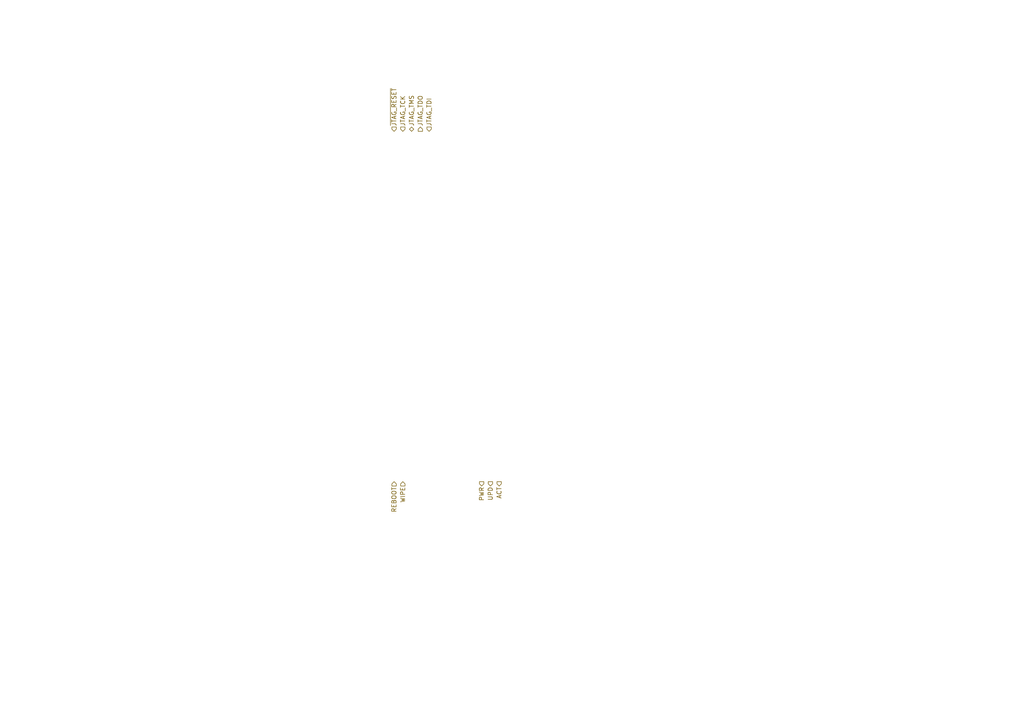
<source format=kicad_sch>
(kicad_sch
	(version 20231120)
	(generator "eeschema")
	(generator_version "8.0")
	(uuid "393d1ad1-4f47-4813-80db-2ff0bccd8599")
	(paper "A4")
	(lib_symbols)
	(hierarchical_label "REBOOT"
		(shape input)
		(at 114.3 139.7 270)
		(effects
			(font
				(size 1.27 1.27)
			)
			(justify right)
		)
		(uuid "0c6e71a3-ccd4-4f57-aacd-cd48264882d5")
	)
	(hierarchical_label "~{JTAG_RESET}"
		(shape input)
		(at 114.3 38.1 90)
		(effects
			(font
				(size 1.27 1.27)
			)
			(justify left)
		)
		(uuid "229a3404-2336-45f6-b34e-89bae4bf1f28")
	)
	(hierarchical_label "UPD"
		(shape output)
		(at 142.24 139.7 270)
		(effects
			(font
				(size 1.27 1.27)
			)
			(justify right)
		)
		(uuid "5da7ab40-9bf4-4dc1-a08c-dee7ad9780f6")
	)
	(hierarchical_label "JTAG_TMS"
		(shape bidirectional)
		(at 119.38 38.1 90)
		(effects
			(font
				(size 1.27 1.27)
			)
			(justify left)
		)
		(uuid "617b37ec-b5d3-4e1b-971a-1e543c286c47")
	)
	(hierarchical_label "WIPE"
		(shape input)
		(at 116.84 139.7 270)
		(effects
			(font
				(size 1.27 1.27)
			)
			(justify right)
		)
		(uuid "6ebd1d0f-ebc5-4fed-866b-72c1fc73c067")
	)
	(hierarchical_label "JTAG_TDI"
		(shape input)
		(at 124.46 38.1 90)
		(effects
			(font
				(size 1.27 1.27)
			)
			(justify left)
		)
		(uuid "6f1da862-866e-4613-b148-bd73f5d74510")
	)
	(hierarchical_label "PWR"
		(shape output)
		(at 139.7 139.7 270)
		(effects
			(font
				(size 1.27 1.27)
			)
			(justify right)
		)
		(uuid "6f559997-3ab3-4801-91cc-bd35a3229ef7")
	)
	(hierarchical_label "ACT"
		(shape output)
		(at 144.78 139.7 270)
		(effects
			(font
				(size 1.27 1.27)
			)
			(justify right)
		)
		(uuid "7a9cbe62-0a68-488f-b000-8245036b151d")
	)
	(hierarchical_label "JTAG_TCK"
		(shape input)
		(at 116.84 38.1 90)
		(effects
			(font
				(size 1.27 1.27)
			)
			(justify left)
		)
		(uuid "806823e9-c7ef-45dc-832c-ddb4378c340f")
	)
	(hierarchical_label "JTAG_TDO"
		(shape output)
		(at 121.92 38.1 90)
		(effects
			(font
				(size 1.27 1.27)
			)
			(justify left)
		)
		(uuid "c8c54128-6def-44a1-83c3-03363c086b89")
	)
)

</source>
